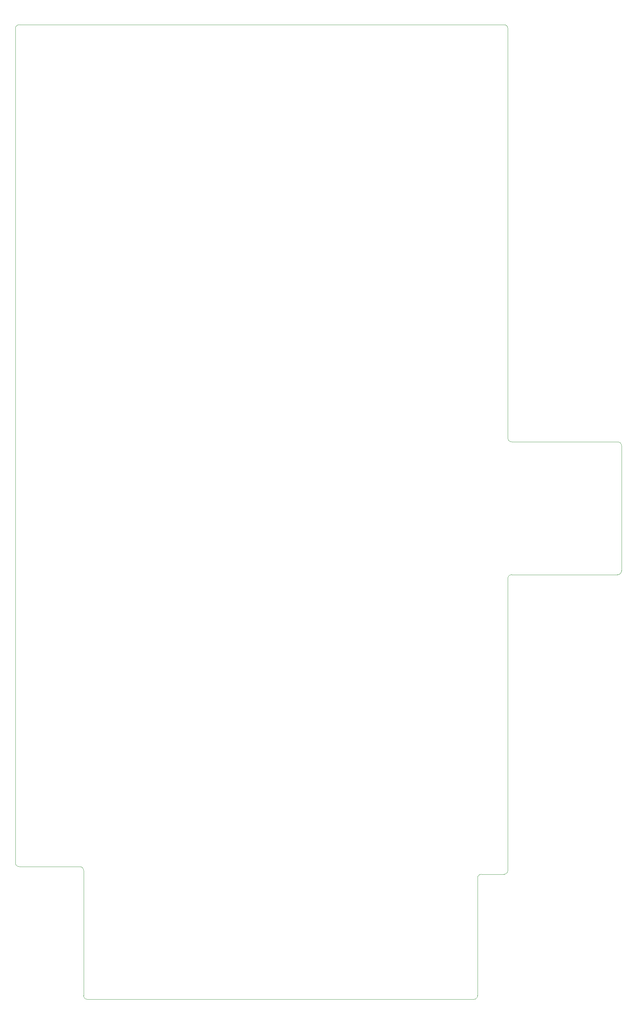
<source format=gbr>
G04 #@! TF.GenerationSoftware,KiCad,Pcbnew,6.0.10+dfsg-1~bpo11+1*
G04 #@! TF.ProjectId,main,6d61696e-2e6b-4696-9361-645f70636258,5.0*
G04 #@! TF.SameCoordinates,Original*
G04 #@! TF.FileFunction,Profile,NP*
%FSLAX46Y46*%
G04 Gerber Fmt 4.6, Leading zero omitted, Abs format (unit mm)*
%MOMM*%
%LPD*%
G01*
G04 APERTURE LIST*
G04 #@! TA.AperFunction,Profile*
%ADD10C,0.120000*%
G04 #@! TD*
G04 APERTURE END LIST*
D10*
X76280000Y-241320000D02*
X76280000Y-21320000D01*
X205280000Y-244320000D02*
X199280000Y-244320000D01*
X93280000Y-242320000D02*
X77280000Y-242320000D01*
X94280000Y-276320000D02*
X94280000Y-243320000D01*
X198280000Y-245320000D02*
X198280000Y-276320000D01*
X197280000Y-277320000D02*
X95280000Y-277320000D01*
X235280000Y-165320000D02*
X207280000Y-165320000D01*
X207280000Y-130320000D02*
X235280000Y-130320000D01*
X236280000Y-131320000D02*
X236280000Y-164320000D01*
X206280000Y-166320000D02*
X206280000Y-243320000D01*
X77280000Y-20320000D02*
X205280000Y-20320000D01*
X206280000Y-21320000D02*
X206280000Y-129320000D01*
X235280000Y-165320000D02*
G75*
G03*
X236280000Y-164320000I0J1000000D01*
G01*
X76280000Y-241320000D02*
G75*
G03*
X77280000Y-242320000I999999J-1D01*
G01*
X199280000Y-244320000D02*
G75*
G03*
X198280000Y-245320000I0J-1000000D01*
G01*
X206280000Y-21320000D02*
G75*
G03*
X205280000Y-20320000I-1000000J0D01*
G01*
X94280000Y-243320000D02*
G75*
G03*
X93280000Y-242320000I-1000000J0D01*
G01*
X206280000Y-129320000D02*
G75*
G03*
X207280000Y-130320000I1000000J0D01*
G01*
X236280000Y-131320000D02*
G75*
G03*
X235280000Y-130320000I-1000000J0D01*
G01*
X205280000Y-244320000D02*
G75*
G03*
X206280000Y-243320000I0J1000000D01*
G01*
X94280000Y-276320000D02*
G75*
G03*
X95280000Y-277320000I1000000J0D01*
G01*
X197280000Y-277320000D02*
G75*
G03*
X198280000Y-276320000I0J1000000D01*
G01*
X207280000Y-165320000D02*
G75*
G03*
X206280000Y-166320000I0J-1000000D01*
G01*
X77280000Y-20320000D02*
G75*
G03*
X76280000Y-21320000I-1J-999999D01*
G01*
M02*

</source>
